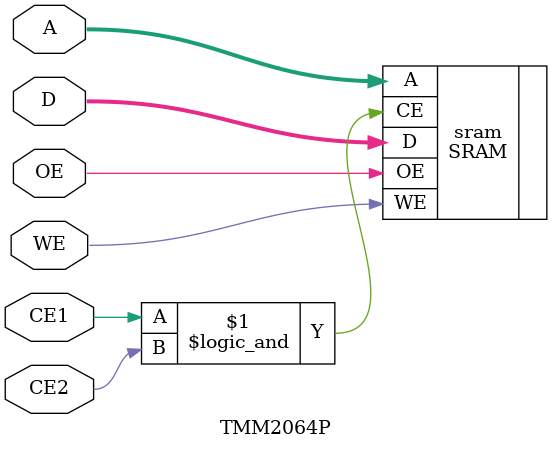
<source format=v>
`timescale 1ns / 1ps
module TMM2064P(
	 input CE1,
	 input CE2,
	 input OE,
	 input WE,
    input [12:0] A,
    inout [7:0] D
    );

	parameter FILE_NAME = "";
	// CY6264 timing and naming conventions (or thereabouts)
	parameter tAA = "0:100:100";	// address access time
	parameter tOHA = "10";			// output data hold time from address change
	parameter tACE = "0:100:100";	// CE access time
	parameter tLZCE = "10";			// CE to output low-Z
	parameter tHZCE = "0:40:40";	// CE to output high-Z
	parameter tDOE = "0:40:40";	// OE access time
	parameter tLZOE = "5";			// OE to output low-Z
	parameter tHZOE = "0:35:35";	// OE to output high-Z
	
	SRAM #(
		13, 8, 
		FILE_NAME,
		tAA, tOHA,
		tACE, tLZCE, tHZCE,
		tDOE,	tLZOE, tHZOE
		) sram(
			.OE(OE), 
			.CE(CE1 && CE2),
			.WE(WE),
			.A(A),
			.D(D)
			
		);
	
endmodule
</source>
